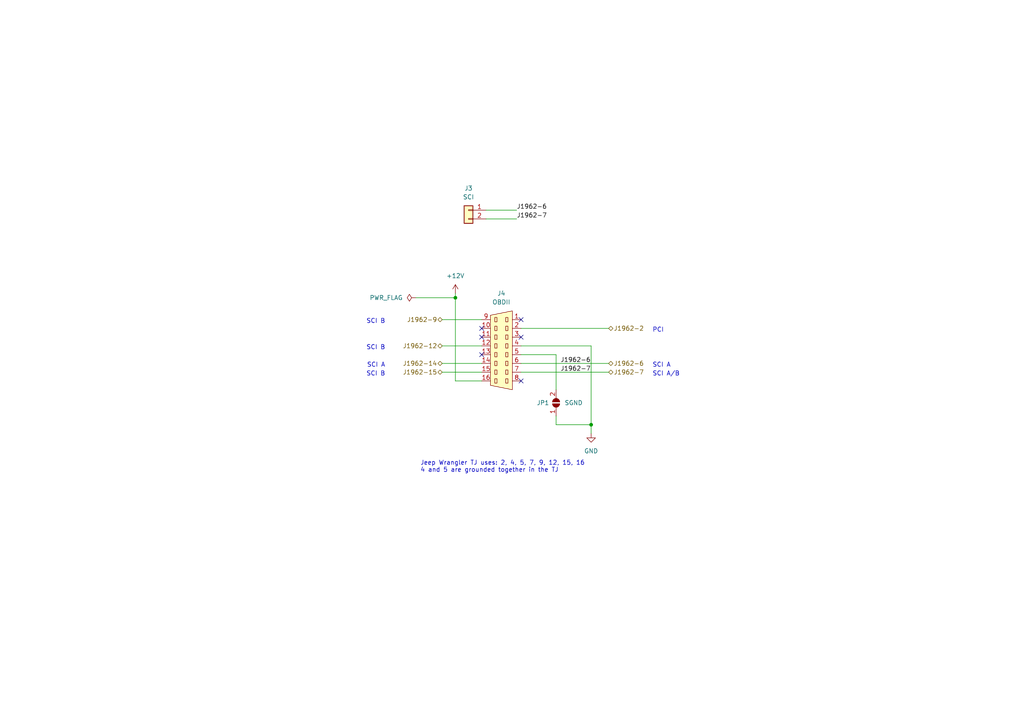
<source format=kicad_sch>
(kicad_sch (version 20211123) (generator eeschema)

  (uuid e92c4f5b-c64d-43cd-8218-b669d9a81e78)

  (paper "A4")

  (title_block
    (title "Chrysler Scanner")
    (date "2023-06-25")
    (rev "V2.11")
    (company "andy@britishideas.com")
    (comment 1 "V210/ChryslerScanner_V210/schematic/ChryslerScanner_V210_schematic.pdf")
    (comment 2 "Developed From: https://github.com/laszlodaniel/ChryslerScanner/blob/master/PCB/")
    (comment 3 "GPL V3 LICENSE")
  )

  (lib_symbols
    (symbol "ChryslerScanner:OBDII" (in_bom yes) (on_board yes)
      (property "Reference" "J" (id 0) (at -1.27 16.51 0)
        (effects (font (size 1.27 1.27)))
      )
      (property "Value" "OBDII" (id 1) (at 1.27 -8.89 0)
        (effects (font (size 1.27 1.27)))
      )
      (property "Footprint" "" (id 2) (at 0 0 0)
        (effects (font (size 1.27 1.27)) hide)
      )
      (property "Datasheet" "" (id 3) (at 0 0 0)
        (effects (font (size 1.27 1.27)) hide)
      )
      (symbol "OBDII_0_1"
        (rectangle (start 0 -4.445) (end 0.635 -5.715)
          (stroke (width 0) (type default) (color 0 0 0 0))
          (fill (type none))
        )
        (rectangle (start 0 -1.905) (end 0.635 -3.175)
          (stroke (width 0) (type default) (color 0 0 0 0))
          (fill (type none))
        )
        (polyline
          (pts
            (xy -1.27 13.97)
            (xy -1.27 -6.35)
            (xy 5.08 -7.62)
            (xy 5.08 15.24)
            (xy -1.27 13.97)
          )
          (stroke (width 0) (type default) (color 0 0 0 0))
          (fill (type background))
        )
        (rectangle (start 0 0.635) (end 0.635 -0.635)
          (stroke (width 0) (type default) (color 0 0 0 0))
          (fill (type none))
        )
        (rectangle (start 0 3.175) (end 0.635 1.905)
          (stroke (width 0) (type default) (color 0 0 0 0))
          (fill (type none))
        )
        (rectangle (start 0 5.715) (end 0.635 4.445)
          (stroke (width 0) (type default) (color 0 0 0 0))
          (fill (type none))
        )
        (rectangle (start 0 8.255) (end 0.635 6.985)
          (stroke (width 0) (type default) (color 0 0 0 0))
          (fill (type none))
        )
        (rectangle (start 0 10.795) (end 0.635 9.525)
          (stroke (width 0) (type default) (color 0 0 0 0))
          (fill (type none))
        )
        (rectangle (start 0 13.335) (end 0.635 12.065)
          (stroke (width 0) (type default) (color 0 0 0 0))
          (fill (type none))
        )
        (rectangle (start 3.81 -4.445) (end 3.175 -5.715)
          (stroke (width 0) (type default) (color 0 0 0 0))
          (fill (type none))
        )
        (rectangle (start 3.81 -1.905) (end 3.175 -3.175)
          (stroke (width 0) (type default) (color 0 0 0 0))
          (fill (type none))
        )
        (rectangle (start 3.81 0.635) (end 3.175 -0.635)
          (stroke (width 0) (type default) (color 0 0 0 0))
          (fill (type none))
        )
        (rectangle (start 3.81 3.175) (end 3.175 1.905)
          (stroke (width 0) (type default) (color 0 0 0 0))
          (fill (type none))
        )
        (rectangle (start 3.81 5.715) (end 3.175 4.445)
          (stroke (width 0) (type default) (color 0 0 0 0))
          (fill (type none))
        )
        (rectangle (start 3.81 8.255) (end 3.175 6.985)
          (stroke (width 0) (type default) (color 0 0 0 0))
          (fill (type none))
        )
        (rectangle (start 3.81 10.795) (end 3.175 9.525)
          (stroke (width 0) (type default) (color 0 0 0 0))
          (fill (type none))
        )
        (rectangle (start 3.81 13.335) (end 3.175 12.065)
          (stroke (width 0) (type default) (color 0 0 0 0))
          (fill (type none))
        )
      )
      (symbol "OBDII_1_1"
        (pin passive line (at 7.62 12.7 180) (length 2.54)
          (name "" (effects (font (size 1.27 1.27))))
          (number "1" (effects (font (size 1.27 1.27))))
        )
        (pin passive line (at -3.81 10.16 0) (length 2.54)
          (name "" (effects (font (size 1.27 1.27))))
          (number "10" (effects (font (size 1.27 1.27))))
        )
        (pin passive line (at -3.81 7.62 0) (length 2.54)
          (name "" (effects (font (size 1.27 1.27))))
          (number "11" (effects (font (size 1.27 1.27))))
        )
        (pin passive line (at -3.81 5.08 0) (length 2.54)
          (name "" (effects (font (size 1.27 1.27))))
          (number "12" (effects (font (size 1.27 1.27))))
        )
        (pin passive line (at -3.81 2.54 0) (length 2.54)
          (name "" (effects (font (size 1.27 1.27))))
          (number "13" (effects (font (size 1.27 1.27))))
        )
        (pin passive line (at -3.81 0 0) (length 2.54)
          (name "" (effects (font (size 1.27 1.27))))
          (number "14" (effects (font (size 1.27 1.27))))
        )
        (pin passive line (at -3.81 -2.54 0) (length 2.54)
          (name "" (effects (font (size 1.27 1.27))))
          (number "15" (effects (font (size 1.27 1.27))))
        )
        (pin passive line (at -3.81 -5.08 0) (length 2.54)
          (name "" (effects (font (size 1.27 1.27))))
          (number "16" (effects (font (size 1.27 1.27))))
        )
        (pin passive line (at 7.62 10.16 180) (length 2.54)
          (name "" (effects (font (size 1.27 1.27))))
          (number "2" (effects (font (size 1.27 1.27))))
        )
        (pin passive line (at 7.62 7.62 180) (length 2.54)
          (name "" (effects (font (size 1.27 1.27))))
          (number "3" (effects (font (size 1.27 1.27))))
        )
        (pin passive line (at 7.62 5.08 180) (length 2.54)
          (name "" (effects (font (size 1.27 1.27))))
          (number "4" (effects (font (size 1.27 1.27))))
        )
        (pin passive line (at 7.62 2.54 180) (length 2.54)
          (name "" (effects (font (size 1.27 1.27))))
          (number "5" (effects (font (size 1.27 1.27))))
        )
        (pin passive line (at 7.62 0 180) (length 2.54)
          (name "" (effects (font (size 1.27 1.27))))
          (number "6" (effects (font (size 1.27 1.27))))
        )
        (pin passive line (at 7.62 -2.54 180) (length 2.54)
          (name "" (effects (font (size 1.27 1.27))))
          (number "7" (effects (font (size 1.27 1.27))))
        )
        (pin passive line (at 7.62 -5.08 180) (length 2.54)
          (name "" (effects (font (size 1.27 1.27))))
          (number "8" (effects (font (size 1.27 1.27))))
        )
        (pin passive line (at -3.81 12.7 0) (length 2.54)
          (name "" (effects (font (size 1.27 1.27))))
          (number "9" (effects (font (size 1.27 1.27))))
        )
      )
    )
    (symbol "Connector_Generic:Conn_01x02" (pin_names (offset 1.016) hide) (in_bom yes) (on_board yes)
      (property "Reference" "J" (id 0) (at 0 2.54 0)
        (effects (font (size 1.27 1.27)))
      )
      (property "Value" "Conn_01x02" (id 1) (at 0 -5.08 0)
        (effects (font (size 1.27 1.27)))
      )
      (property "Footprint" "" (id 2) (at 0 0 0)
        (effects (font (size 1.27 1.27)) hide)
      )
      (property "Datasheet" "~" (id 3) (at 0 0 0)
        (effects (font (size 1.27 1.27)) hide)
      )
      (property "ki_keywords" "connector" (id 4) (at 0 0 0)
        (effects (font (size 1.27 1.27)) hide)
      )
      (property "ki_description" "Generic connector, single row, 01x02, script generated (kicad-library-utils/schlib/autogen/connector/)" (id 5) (at 0 0 0)
        (effects (font (size 1.27 1.27)) hide)
      )
      (property "ki_fp_filters" "Connector*:*_1x??_*" (id 6) (at 0 0 0)
        (effects (font (size 1.27 1.27)) hide)
      )
      (symbol "Conn_01x02_1_1"
        (rectangle (start -1.27 -2.413) (end 0 -2.667)
          (stroke (width 0.1524) (type default) (color 0 0 0 0))
          (fill (type none))
        )
        (rectangle (start -1.27 0.127) (end 0 -0.127)
          (stroke (width 0.1524) (type default) (color 0 0 0 0))
          (fill (type none))
        )
        (rectangle (start -1.27 1.27) (end 1.27 -3.81)
          (stroke (width 0.254) (type default) (color 0 0 0 0))
          (fill (type background))
        )
        (pin passive line (at -5.08 0 0) (length 3.81)
          (name "Pin_1" (effects (font (size 1.27 1.27))))
          (number "1" (effects (font (size 1.27 1.27))))
        )
        (pin passive line (at -5.08 -2.54 0) (length 3.81)
          (name "Pin_2" (effects (font (size 1.27 1.27))))
          (number "2" (effects (font (size 1.27 1.27))))
        )
      )
    )
    (symbol "Jumper:SolderJumper_2_Open" (pin_names (offset 0) hide) (in_bom yes) (on_board yes)
      (property "Reference" "JP" (id 0) (at 0 2.032 0)
        (effects (font (size 1.27 1.27)))
      )
      (property "Value" "SolderJumper_2_Open" (id 1) (at 0 -2.54 0)
        (effects (font (size 1.27 1.27)))
      )
      (property "Footprint" "" (id 2) (at 0 0 0)
        (effects (font (size 1.27 1.27)) hide)
      )
      (property "Datasheet" "~" (id 3) (at 0 0 0)
        (effects (font (size 1.27 1.27)) hide)
      )
      (property "ki_keywords" "solder jumper SPST" (id 4) (at 0 0 0)
        (effects (font (size 1.27 1.27)) hide)
      )
      (property "ki_description" "Solder Jumper, 2-pole, open" (id 5) (at 0 0 0)
        (effects (font (size 1.27 1.27)) hide)
      )
      (property "ki_fp_filters" "SolderJumper*Open*" (id 6) (at 0 0 0)
        (effects (font (size 1.27 1.27)) hide)
      )
      (symbol "SolderJumper_2_Open_0_1"
        (arc (start -0.254 1.016) (mid -1.27 0) (end -0.254 -1.016)
          (stroke (width 0) (type default) (color 0 0 0 0))
          (fill (type none))
        )
        (arc (start -0.254 1.016) (mid -1.27 0) (end -0.254 -1.016)
          (stroke (width 0) (type default) (color 0 0 0 0))
          (fill (type outline))
        )
        (polyline
          (pts
            (xy -0.254 1.016)
            (xy -0.254 -1.016)
          )
          (stroke (width 0) (type default) (color 0 0 0 0))
          (fill (type none))
        )
        (polyline
          (pts
            (xy 0.254 1.016)
            (xy 0.254 -1.016)
          )
          (stroke (width 0) (type default) (color 0 0 0 0))
          (fill (type none))
        )
        (arc (start 0.254 -1.016) (mid 1.27 0) (end 0.254 1.016)
          (stroke (width 0) (type default) (color 0 0 0 0))
          (fill (type none))
        )
        (arc (start 0.254 -1.016) (mid 1.27 0) (end 0.254 1.016)
          (stroke (width 0) (type default) (color 0 0 0 0))
          (fill (type outline))
        )
      )
      (symbol "SolderJumper_2_Open_1_1"
        (pin passive line (at -3.81 0 0) (length 2.54)
          (name "A" (effects (font (size 1.27 1.27))))
          (number "1" (effects (font (size 1.27 1.27))))
        )
        (pin passive line (at 3.81 0 180) (length 2.54)
          (name "B" (effects (font (size 1.27 1.27))))
          (number "2" (effects (font (size 1.27 1.27))))
        )
      )
    )
    (symbol "power:+12V" (power) (pin_names (offset 0)) (in_bom yes) (on_board yes)
      (property "Reference" "#PWR" (id 0) (at 0 -3.81 0)
        (effects (font (size 1.27 1.27)) hide)
      )
      (property "Value" "+12V" (id 1) (at 0 3.556 0)
        (effects (font (size 1.27 1.27)))
      )
      (property "Footprint" "" (id 2) (at 0 0 0)
        (effects (font (size 1.27 1.27)) hide)
      )
      (property "Datasheet" "" (id 3) (at 0 0 0)
        (effects (font (size 1.27 1.27)) hide)
      )
      (property "ki_keywords" "power-flag" (id 4) (at 0 0 0)
        (effects (font (size 1.27 1.27)) hide)
      )
      (property "ki_description" "Power symbol creates a global label with name \"+12V\"" (id 5) (at 0 0 0)
        (effects (font (size 1.27 1.27)) hide)
      )
      (symbol "+12V_0_1"
        (polyline
          (pts
            (xy -0.762 1.27)
            (xy 0 2.54)
          )
          (stroke (width 0) (type default) (color 0 0 0 0))
          (fill (type none))
        )
        (polyline
          (pts
            (xy 0 0)
            (xy 0 2.54)
          )
          (stroke (width 0) (type default) (color 0 0 0 0))
          (fill (type none))
        )
        (polyline
          (pts
            (xy 0 2.54)
            (xy 0.762 1.27)
          )
          (stroke (width 0) (type default) (color 0 0 0 0))
          (fill (type none))
        )
      )
      (symbol "+12V_1_1"
        (pin power_in line (at 0 0 90) (length 0) hide
          (name "+12V" (effects (font (size 1.27 1.27))))
          (number "1" (effects (font (size 1.27 1.27))))
        )
      )
    )
    (symbol "power:GND" (power) (pin_names (offset 0)) (in_bom yes) (on_board yes)
      (property "Reference" "#PWR" (id 0) (at 0 -6.35 0)
        (effects (font (size 1.27 1.27)) hide)
      )
      (property "Value" "GND" (id 1) (at 0 -3.81 0)
        (effects (font (size 1.27 1.27)))
      )
      (property "Footprint" "" (id 2) (at 0 0 0)
        (effects (font (size 1.27 1.27)) hide)
      )
      (property "Datasheet" "" (id 3) (at 0 0 0)
        (effects (font (size 1.27 1.27)) hide)
      )
      (property "ki_keywords" "power-flag" (id 4) (at 0 0 0)
        (effects (font (size 1.27 1.27)) hide)
      )
      (property "ki_description" "Power symbol creates a global label with name \"GND\" , ground" (id 5) (at 0 0 0)
        (effects (font (size 1.27 1.27)) hide)
      )
      (symbol "GND_0_1"
        (polyline
          (pts
            (xy 0 0)
            (xy 0 -1.27)
            (xy 1.27 -1.27)
            (xy 0 -2.54)
            (xy -1.27 -1.27)
            (xy 0 -1.27)
          )
          (stroke (width 0) (type default) (color 0 0 0 0))
          (fill (type none))
        )
      )
      (symbol "GND_1_1"
        (pin power_in line (at 0 0 270) (length 0) hide
          (name "GND" (effects (font (size 1.27 1.27))))
          (number "1" (effects (font (size 1.27 1.27))))
        )
      )
    )
    (symbol "power:PWR_FLAG" (power) (pin_numbers hide) (pin_names (offset 0) hide) (in_bom yes) (on_board yes)
      (property "Reference" "#FLG" (id 0) (at 0 1.905 0)
        (effects (font (size 1.27 1.27)) hide)
      )
      (property "Value" "PWR_FLAG" (id 1) (at 0 3.81 0)
        (effects (font (size 1.27 1.27)))
      )
      (property "Footprint" "" (id 2) (at 0 0 0)
        (effects (font (size 1.27 1.27)) hide)
      )
      (property "Datasheet" "~" (id 3) (at 0 0 0)
        (effects (font (size 1.27 1.27)) hide)
      )
      (property "ki_keywords" "power-flag" (id 4) (at 0 0 0)
        (effects (font (size 1.27 1.27)) hide)
      )
      (property "ki_description" "Special symbol for telling ERC where power comes from" (id 5) (at 0 0 0)
        (effects (font (size 1.27 1.27)) hide)
      )
      (symbol "PWR_FLAG_0_0"
        (pin power_out line (at 0 0 90) (length 0)
          (name "pwr" (effects (font (size 1.27 1.27))))
          (number "1" (effects (font (size 1.27 1.27))))
        )
      )
      (symbol "PWR_FLAG_0_1"
        (polyline
          (pts
            (xy 0 0)
            (xy 0 1.27)
            (xy -1.016 1.905)
            (xy 0 2.54)
            (xy 1.016 1.905)
            (xy 0 1.27)
          )
          (stroke (width 0) (type default) (color 0 0 0 0))
          (fill (type none))
        )
      )
    )
  )

  (junction (at 132.08 86.36) (diameter 0) (color 0 0 0 0)
    (uuid 82c038f6-3845-4900-9df3-e3c411fd8244)
  )
  (junction (at 171.45 123.19) (diameter 0) (color 0 0 0 0)
    (uuid e328a25c-eb66-4cde-a46f-0c85c9016821)
  )

  (no_connect (at 139.7 95.25) (uuid 8920eeef-51d3-4f02-adf1-322f9d8e889d))
  (no_connect (at 139.7 102.87) (uuid 8920eeef-51d3-4f02-adf1-322f9d8e889e))
  (no_connect (at 151.13 92.71) (uuid 8920eeef-51d3-4f02-adf1-322f9d8e889f))
  (no_connect (at 151.13 110.49) (uuid 8920eeef-51d3-4f02-adf1-322f9d8e88a0))
  (no_connect (at 151.13 97.79) (uuid f8f60e01-dbb6-44f3-a4f6-d21306b6cc86))
  (no_connect (at 139.7 97.79) (uuid f8f60e01-dbb6-44f3-a4f6-d21306b6cc87))

  (wire (pts (xy 151.13 95.25) (xy 176.53 95.25))
    (stroke (width 0) (type default) (color 0 0 0 0))
    (uuid 00945332-fabd-4b56-aa1e-c497c1387baa)
  )
  (wire (pts (xy 128.27 92.71) (xy 139.7 92.71))
    (stroke (width 0) (type default) (color 0 0 0 0))
    (uuid 2358504f-2866-4c02-8aad-3d25fa51a498)
  )
  (wire (pts (xy 161.29 102.87) (xy 151.13 102.87))
    (stroke (width 0) (type default) (color 0 0 0 0))
    (uuid 4a3b38c8-9df7-409d-a7f0-288810722998)
  )
  (wire (pts (xy 140.97 60.96) (xy 149.86 60.96))
    (stroke (width 0) (type default) (color 0 0 0 0))
    (uuid 5d941318-d70b-4acc-84fa-7e5a0f319b17)
  )
  (wire (pts (xy 128.27 107.95) (xy 139.7 107.95))
    (stroke (width 0) (type default) (color 0 0 0 0))
    (uuid 5ff77c78-e523-4896-80c8-5d4c2e132d1c)
  )
  (wire (pts (xy 132.08 110.49) (xy 139.7 110.49))
    (stroke (width 0) (type default) (color 0 0 0 0))
    (uuid 75acfbde-179f-4948-abbc-82c709b247fe)
  )
  (wire (pts (xy 161.29 113.03) (xy 161.29 102.87))
    (stroke (width 0) (type default) (color 0 0 0 0))
    (uuid 80ac9610-6d1a-4922-a884-051ea2218869)
  )
  (wire (pts (xy 128.27 105.41) (xy 139.7 105.41))
    (stroke (width 0) (type default) (color 0 0 0 0))
    (uuid 83f5c25c-c34a-423b-9f0e-ec6bad8d485a)
  )
  (wire (pts (xy 132.08 86.36) (xy 132.08 110.49))
    (stroke (width 0) (type default) (color 0 0 0 0))
    (uuid 8cf010bd-a460-4e10-b1da-6e7d85ba414e)
  )
  (wire (pts (xy 151.13 107.95) (xy 176.53 107.95))
    (stroke (width 0) (type default) (color 0 0 0 0))
    (uuid 9f0b1884-21f3-43d6-aa1b-2d736d83fca2)
  )
  (wire (pts (xy 140.97 63.5) (xy 149.86 63.5))
    (stroke (width 0) (type default) (color 0 0 0 0))
    (uuid a824f8f4-1dad-413f-9515-fefd2cc78c31)
  )
  (wire (pts (xy 171.45 125.73) (xy 171.45 123.19))
    (stroke (width 0) (type default) (color 0 0 0 0))
    (uuid bcbe4209-c881-47fa-9935-6e8fe72f23e5)
  )
  (wire (pts (xy 128.27 100.33) (xy 139.7 100.33))
    (stroke (width 0) (type default) (color 0 0 0 0))
    (uuid bf1f703c-3eef-4000-bd36-83fdc40833bd)
  )
  (wire (pts (xy 151.13 105.41) (xy 176.53 105.41))
    (stroke (width 0) (type default) (color 0 0 0 0))
    (uuid cc38f59f-8507-414a-b752-a6af14510543)
  )
  (wire (pts (xy 120.65 86.36) (xy 132.08 86.36))
    (stroke (width 0) (type default) (color 0 0 0 0))
    (uuid d1af1f1b-a28c-4e84-83f9-914b21d397ce)
  )
  (wire (pts (xy 161.29 120.65) (xy 161.29 123.19))
    (stroke (width 0) (type default) (color 0 0 0 0))
    (uuid d6130ceb-5609-4227-b59f-387383995436)
  )
  (wire (pts (xy 161.29 123.19) (xy 171.45 123.19))
    (stroke (width 0) (type default) (color 0 0 0 0))
    (uuid efec35f8-e7a7-49c8-bed2-88bbd5a3b912)
  )
  (wire (pts (xy 171.45 100.33) (xy 151.13 100.33))
    (stroke (width 0) (type default) (color 0 0 0 0))
    (uuid f2c460ee-0115-4daa-9273-8b24b9383fa3)
  )
  (wire (pts (xy 171.45 123.19) (xy 171.45 100.33))
    (stroke (width 0) (type default) (color 0 0 0 0))
    (uuid f9efd48f-5e05-41f6-a8b2-77fb43977482)
  )
  (wire (pts (xy 132.08 85.09) (xy 132.08 86.36))
    (stroke (width 0) (type default) (color 0 0 0 0))
    (uuid faff3ceb-1fed-489a-adf3-4a20adee8628)
  )

  (text "SCI B" (at 111.76 101.6 180)
    (effects (font (size 1.27 1.27)) (justify right bottom))
    (uuid 01a7572f-edc1-4320-80ee-993e0f93209d)
  )
  (text "SCI B" (at 111.76 93.98 180)
    (effects (font (size 1.27 1.27)) (justify right bottom))
    (uuid 5311076d-806a-4ea2-81d6-7131ccafe589)
  )
  (text "SCI A/B" (at 189.23 109.22 0)
    (effects (font (size 1.27 1.27)) (justify left bottom))
    (uuid 5f3ddacd-1f52-4ede-9e81-88a0b9aa68db)
  )
  (text "SCI A" (at 111.76 106.68 180)
    (effects (font (size 1.27 1.27)) (justify right bottom))
    (uuid 999760d8-1480-4db2-b32a-5108d334f44a)
  )
  (text "Jeep Wrangler TJ uses: 2, 4, 5, 7, 9, 12, 15, 16\n4 and 5 are grounded together in the TJ"
    (at 121.92 137.16 0)
    (effects (font (size 1.27 1.27)) (justify left bottom))
    (uuid aff8890b-c0fa-45bc-8768-ebacd70bc2dd)
  )
  (text "PCI" (at 189.23 96.52 0)
    (effects (font (size 1.27 1.27)) (justify left bottom))
    (uuid b61d7351-e6b1-4c1e-8b27-123d1d1ecb73)
  )
  (text "SCI B" (at 111.76 109.22 180)
    (effects (font (size 1.27 1.27)) (justify right bottom))
    (uuid c6e66525-b1bf-4f65-b2ad-909f0f094729)
  )
  (text "SCI A" (at 189.23 106.68 0)
    (effects (font (size 1.27 1.27)) (justify left bottom))
    (uuid e9437037-f4ef-4f9d-bfdb-b8c3e0dcfc94)
  )

  (label "J1962-7" (at 162.56 107.95 0)
    (effects (font (size 1.27 1.27)) (justify left bottom))
    (uuid 4abba4bf-275d-413f-b21a-eb23880ad435)
  )
  (label "J1962-7" (at 149.86 63.5 0)
    (effects (font (size 1.27 1.27)) (justify left bottom))
    (uuid 4c90e701-4a1a-4ef8-9c5c-3e340dc50c8d)
  )
  (label "J1962-6" (at 149.86 60.96 0)
    (effects (font (size 1.27 1.27)) (justify left bottom))
    (uuid 55eb5c3b-6cb4-43f5-adea-18b92f952eda)
  )
  (label "J1962-6" (at 162.56 105.41 0)
    (effects (font (size 1.27 1.27)) (justify left bottom))
    (uuid 83814d79-b50f-458d-884d-59d1723d14ef)
  )

  (hierarchical_label "J1962-15" (shape bidirectional) (at 128.27 107.95 180)
    (effects (font (size 1.27 1.27)) (justify right))
    (uuid 0eb0ffe3-d3ca-44d9-8d1c-ec3acda05b81)
  )
  (hierarchical_label "J1962-14" (shape bidirectional) (at 128.27 105.41 180)
    (effects (font (size 1.27 1.27)) (justify right))
    (uuid 2ef6ccd0-9391-4813-87c5-2faaf90ddb8e)
  )
  (hierarchical_label "J1962-7" (shape bidirectional) (at 176.53 107.95 0)
    (effects (font (size 1.27 1.27)) (justify left))
    (uuid 363e975d-b973-441b-9dd6-5cbb1be2fdd2)
  )
  (hierarchical_label "J1962-12" (shape bidirectional) (at 128.27 100.33 180)
    (effects (font (size 1.27 1.27)) (justify right))
    (uuid 91119006-f32e-4dbe-8d1f-822a7fbe3b00)
  )
  (hierarchical_label "J1962-6" (shape bidirectional) (at 176.53 105.41 0)
    (effects (font (size 1.27 1.27)) (justify left))
    (uuid d8bf543d-bea2-4cee-a3dc-0f1d0d8f79c4)
  )
  (hierarchical_label "J1962-2" (shape bidirectional) (at 176.53 95.25 0)
    (effects (font (size 1.27 1.27)) (justify left))
    (uuid e18242b5-d281-47b4-8d91-518f1e61f1e4)
  )
  (hierarchical_label "J1962-9" (shape bidirectional) (at 128.27 92.71 180)
    (effects (font (size 1.27 1.27)) (justify right))
    (uuid ff200506-da36-4add-a3cf-f77c2866bcc1)
  )

  (symbol (lib_id "Connector_Generic:Conn_01x02") (at 135.89 60.96 0) (mirror y) (unit 1)
    (in_bom yes) (on_board yes) (fields_autoplaced)
    (uuid 13d2d6f7-8471-4dd2-8e4f-3beda028d2de)
    (property "Reference" "J3" (id 0) (at 135.89 54.61 0))
    (property "Value" "SCI" (id 1) (at 135.89 57.15 0))
    (property "Footprint" "" (id 2) (at 135.89 60.96 0)
      (effects (font (size 1.27 1.27)) hide)
    )
    (property "Datasheet" "~" (id 3) (at 135.89 60.96 0)
      (effects (font (size 1.27 1.27)) hide)
    )
    (pin "1" (uuid b71dbaf9-d13d-421a-ae71-75719d7800e4))
    (pin "2" (uuid 68242438-a35e-4853-8bce-e4d421a63540))
  )

  (symbol (lib_id "Jumper:SolderJumper_2_Open") (at 161.29 116.84 90) (unit 1)
    (in_bom yes) (on_board yes)
    (uuid 62f02884-6db8-4f0c-9324-322bcd13258b)
    (property "Reference" "JP1" (id 0) (at 157.48 116.84 90))
    (property "Value" "SGND" (id 1) (at 166.37 116.84 90))
    (property "Footprint" "" (id 2) (at 161.29 116.84 0)
      (effects (font (size 1.27 1.27)) hide)
    )
    (property "Datasheet" "~" (id 3) (at 161.29 116.84 0)
      (effects (font (size 1.27 1.27)) hide)
    )
    (pin "1" (uuid 3c52c4b4-9e17-4437-9c93-ae78c8245544))
    (pin "2" (uuid 58460a7a-c4aa-4702-8ab3-109c1af9accb))
  )

  (symbol (lib_id "power:PWR_FLAG") (at 120.65 86.36 90) (unit 1)
    (in_bom yes) (on_board yes) (fields_autoplaced)
    (uuid 7a184a2a-b549-4d7a-904b-5bbaf7a5dba9)
    (property "Reference" "#FLG02" (id 0) (at 118.745 86.36 0)
      (effects (font (size 1.27 1.27)) hide)
    )
    (property "Value" "PWR_FLAG" (id 1) (at 116.84 86.3599 90)
      (effects (font (size 1.27 1.27)) (justify left))
    )
    (property "Footprint" "" (id 2) (at 120.65 86.36 0)
      (effects (font (size 1.27 1.27)) hide)
    )
    (property "Datasheet" "~" (id 3) (at 120.65 86.36 0)
      (effects (font (size 1.27 1.27)) hide)
    )
    (pin "1" (uuid ddc149d6-89df-4bd3-9daa-7de8b79e7fac))
  )

  (symbol (lib_id "power:GND") (at 171.45 125.73 0) (unit 1)
    (in_bom yes) (on_board yes) (fields_autoplaced)
    (uuid 84b6e4d1-0b45-4c3f-a787-fdab62e127b0)
    (property "Reference" "#PWR042" (id 0) (at 171.45 132.08 0)
      (effects (font (size 1.27 1.27)) hide)
    )
    (property "Value" "GND" (id 1) (at 171.45 130.81 0))
    (property "Footprint" "" (id 2) (at 171.45 125.73 0)
      (effects (font (size 1.27 1.27)) hide)
    )
    (property "Datasheet" "" (id 3) (at 171.45 125.73 0)
      (effects (font (size 1.27 1.27)) hide)
    )
    (pin "1" (uuid c9393fe4-b67a-4e5c-8d8c-f4b2a5e500ba))
  )

  (symbol (lib_id "power:+12V") (at 132.08 85.09 0) (unit 1)
    (in_bom yes) (on_board yes) (fields_autoplaced)
    (uuid d09ce88f-b195-40e9-8bd6-7dd28e46123d)
    (property "Reference" "#PWR041" (id 0) (at 132.08 88.9 0)
      (effects (font (size 1.27 1.27)) hide)
    )
    (property "Value" "+12V" (id 1) (at 132.08 80.01 0))
    (property "Footprint" "" (id 2) (at 132.08 85.09 0)
      (effects (font (size 1.27 1.27)) hide)
    )
    (property "Datasheet" "" (id 3) (at 132.08 85.09 0)
      (effects (font (size 1.27 1.27)) hide)
    )
    (pin "1" (uuid 7260402f-d72f-4b11-ac91-b4b593b8b347))
  )

  (symbol (lib_id "ChryslerScanner:OBDII") (at 143.51 105.41 0) (unit 1)
    (in_bom yes) (on_board yes) (fields_autoplaced)
    (uuid f0ce5e42-1769-40c9-9cba-c319bfd103fc)
    (property "Reference" "J4" (id 0) (at 145.415 85.09 0))
    (property "Value" "OBDII" (id 1) (at 145.415 87.63 0))
    (property "Footprint" "" (id 2) (at 143.51 105.41 0)
      (effects (font (size 1.27 1.27)) hide)
    )
    (property "Datasheet" "" (id 3) (at 143.51 105.41 0)
      (effects (font (size 1.27 1.27)) hide)
    )
    (pin "1" (uuid aafd7d07-24a3-449e-9532-f606a290a5f4))
    (pin "10" (uuid adb646a1-8e83-490d-9b12-4af60c8c4b86))
    (pin "11" (uuid 32c49803-bfaa-4950-88cd-0614a4a53dca))
    (pin "12" (uuid ba38072a-70ec-4dd0-abdc-a210aed97f88))
    (pin "13" (uuid e12a852b-4ec7-4df9-a874-55697194f7d7))
    (pin "14" (uuid 9dd31ef3-9949-42cb-afa4-64a89208c031))
    (pin "15" (uuid 8de3b886-97c2-45c4-ad5a-546cdf7909bc))
    (pin "16" (uuid 2d512cb5-1f85-4f09-a4b5-75949171082c))
    (pin "2" (uuid 4556a187-71e5-4252-992d-542ff2a20f9d))
    (pin "3" (uuid 313f0a97-3529-428e-8fd0-221025b9e515))
    (pin "4" (uuid 4e82c121-3e0a-4520-b415-d257afcc0e3b))
    (pin "5" (uuid b6bc263f-c4f9-484d-b7a2-d9b4ff9aee4d))
    (pin "6" (uuid 3cffecfb-c98e-43f3-aed2-be9176dc727c))
    (pin "7" (uuid 7f1d0924-7a60-4f9b-a134-a86321c3ea17))
    (pin "8" (uuid ca15ca25-6501-41b2-8328-f63805f2ea57))
    (pin "9" (uuid dc7bfaac-0b6f-4734-b111-b2d437cabfb4))
  )
)

</source>
